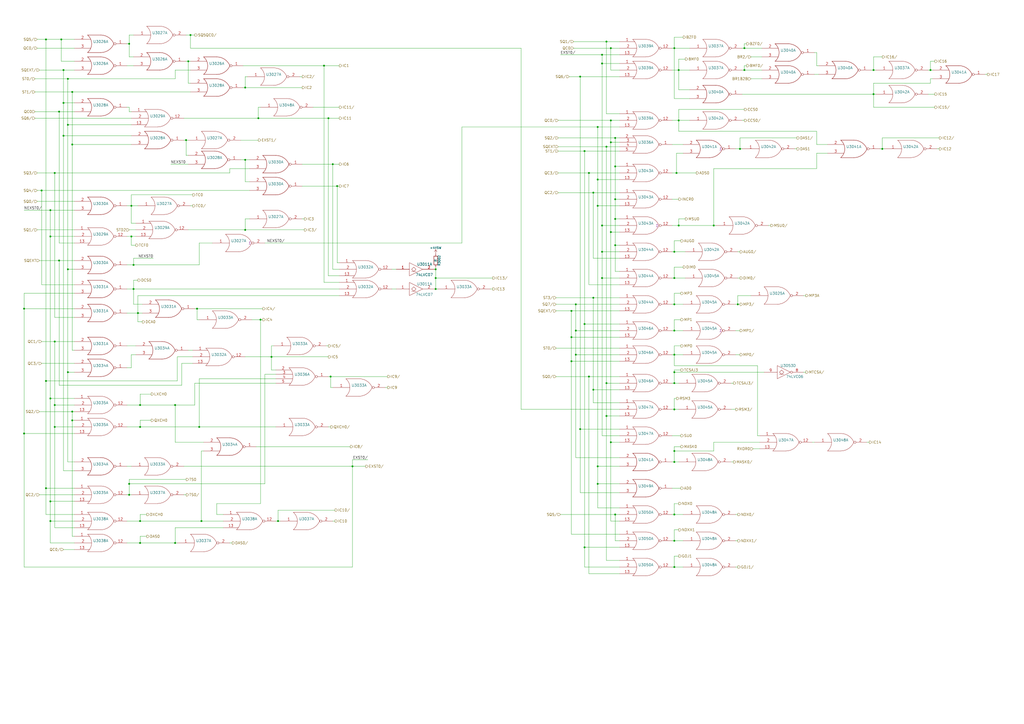
<source format=kicad_sch>
(kicad_sch (version 20211123) (generator eeschema)
  (paper "A2")
  (junction (at 77.47 167.64))
  (junction (at 29.21 290.83))
  (junction (at 252.73 161.29))
  (junction (at 336.55 248.92))
  (junction (at 39.37 72.39))
  (junction (at 336.55 44.45))
  (junction (at 346.71 270.51))
  (junction (at 13.97 179.07))
  (junction (at 31.75 234.95))
  (junction (at 142.24 133.35))
  (junction (at 331.47 209.55))
  (junction (at 427.99 176.53))
  (junction (at 391.16 146.05))
  (junction (at 339.09 317.5))
  (junction (at 393.7 40.64))
  (junction (at 392.43 100.33))
  (junction (at 34.29 64.77))
  (junction (at 74.93 280.67))
  (junction (at 349.25 146.05))
  (junction (at 29.21 231.14))
  (junction (at 341.63 218.44))
  (junction (at 334.01 191.77))
  (junction (at 354.33 256.54))
  (junction (at 115.57 247.65))
  (junction (at 356.87 80.01))
  (junction (at 334.01 176.53))
  (junction (at 391.16 215.9))
  (junction (at 81.28 302.26))
  (junction (at 29.21 121.92))
  (junction (at 39.37 215.9))
  (junction (at 36.83 59.69))
  (junction (at 161.29 302.26))
  (junction (at 351.79 241.3))
  (junction (at 334.01 205.74))
  (junction (at 391.16 27.94))
  (junction (at 391.16 222.25))
  (junction (at 110.49 20.32))
  (junction (at 344.17 226.06))
  (junction (at 506.73 40.64))
  (junction (at 149.86 68.58))
  (junction (at 431.8 27.94))
  (junction (at 36.83 40.64))
  (junction (at 354.33 27.94))
  (junction (at 391.16 267.97))
  (junction (at 114.3 179.07))
  (junction (at 539.75 40.64))
  (junction (at 391.16 205.74))
  (junction (at 31.75 247.65))
  (junction (at 80.01 181.61))
  (junction (at 391.16 237.49))
  (junction (at 331.47 180.34))
  (junction (at 506.73 54.61))
  (junction (at 391.16 328.93))
  (junction (at 339.09 187.96))
  (junction (at 29.21 137.16))
  (junction (at 41.91 83.82))
  (junction (at 191.77 218.44))
  (junction (at 391.16 191.77))
  (junction (at 349.25 161.29))
  (junction (at 31.75 198.12))
  (junction (at 116.84 302.26))
  (junction (at 351.79 85.09))
  (junction (at 339.09 87.63))
  (junction (at 391.16 161.29))
  (junction (at 77.47 153.67))
  (junction (at 344.17 111.76))
  (junction (at 331.47 195.58))
  (junction (at 252.73 167.64))
  (junction (at 391.16 313.69))
  (junction (at 34.29 151.13))
  (junction (at 36.83 78.74))
  (junction (at 431.8 40.64))
  (junction (at 252.73 156.21))
  (junction (at 391.16 176.53))
  (junction (at 26.67 22.86))
  (junction (at 204.47 270.51))
  (junction (at 31.75 100.33))
  (junction (at 101.6 314.96))
  (junction (at 76.2 137.16))
  (junction (at 354.33 82.55))
  (junction (at 351.79 24.13))
  (junction (at 101.6 234.95))
  (junction (at 81.28 314.96))
  (junction (at 74.93 25.4))
  (junction (at 39.37 45.72))
  (junction (at 193.04 95.25))
  (junction (at 74.93 287.02))
  (junction (at 349.25 36.83))
  (junction (at 414.02 130.81))
  (junction (at 341.63 100.33))
  (junction (at 24.13 110.49))
  (junction (at 157.48 207.01))
  (junction (at 187.96 38.1))
  (junction (at 151.13 185.42))
  (junction (at 356.87 127))
  (junction (at 190.5 68.58))
  (junction (at 142.24 50.8))
  (junction (at 344.17 172.72))
  (junction (at 107.95 81.28))
  (junction (at 354.33 134.62))
  (junction (at 391.16 261.62))
  (junction (at 393.7 130.81))
  (junction (at 356.87 115.57))
  (junction (at 356.87 298.45))
  (junction (at 13.97 251.46))
  (junction (at 349.25 130.81))
  (junction (at 81.28 234.95))
  (junction (at 354.33 69.85))
  (junction (at 351.79 222.25))
  (junction (at 349.25 31.75))
  (junction (at 35.56 22.86))
  (junction (at 41.91 243.84))
  (junction (at 142.24 92.71))
  (junction (at 391.16 298.45))
  (junction (at 346.71 119.38))
  (junction (at 429.26 86.36))
  (junction (at 511.81 86.36))
  (junction (at 356.87 142.24))
  (junction (at 41.91 53.34))
  (junction (at 26.67 220.98))
  (junction (at 346.71 73.66))
  (junction (at 356.87 96.52))
  (junction (at 26.67 283.21))
  (junction (at 41.91 238.76))
  (junction (at 346.71 280.67))
  (junction (at 29.21 302.26))
  (junction (at 81.28 247.65))
  (junction (at 76.2 119.38))
  (junction (at 195.58 107.95))
  (junction (at 346.71 104.14))
  (junction (at 109.22 35.56))
  (junction (at 39.37 156.21))
  (junction (at 393.7 69.85))
  (wire (pts (xy 101.6 45.72) (xy 101.6 40.64)))
  (wire (pts (xy 391.16 170.18) (xy 394.97 170.18)))
  (wire (pts (xy 26.67 283.21) (xy 43.18 283.21)))
  (wire (pts (xy 109.22 35.56) (xy 109.22 48.26)))
  (wire (pts (xy 435.61 171.45) (xy 427.99 171.45)))
  (wire (pts (xy 73.66 119.38) (xy 76.2 119.38)))
  (wire (pts (xy 125.73 298.45) (xy 129.54 298.45)))
  (wire (pts (xy 73.66 302.26) (xy 81.28 302.26)))
  (wire (pts (xy 389.89 27.94) (xy 391.16 27.94)))
  (wire (pts (xy 74.93 64.77) (xy 76.2 64.77)))
  (wire (pts (xy 29.21 137.16) (xy 29.21 231.14)))
  (wire (pts (xy 356.87 142.24) (xy 356.87 157.48)))
  (wire (pts (xy 76.2 142.24) (xy 78.74 142.24)))
  (wire (pts (xy 346.71 104.14) (xy 346.71 119.38)))
  (wire (pts (xy 73.66 314.96) (xy 81.28 314.96)))
  (wire (pts (xy 195.58 107.95) (xy 196.85 107.95)))
  (wire (pts (xy 349.25 130.81) (xy 359.41 130.81)))
  (wire (pts (xy 351.79 85.09) (xy 359.41 85.09)))
  (wire (pts (xy 504.19 256.54) (xy 502.92 256.54)))
  (wire (pts (xy 29.21 231.14) (xy 43.18 231.14)))
  (wire (pts (xy 393.7 69.85) (xy 400.05 69.85)))
  (wire (pts (xy 391.16 313.69) (xy 391.16 307.34)))
  (wire (pts (xy 331.47 209.55) (xy 359.41 209.55)))
  (wire (pts (xy 323.85 69.85) (xy 354.33 69.85)))
  (wire (pts (xy 101.6 314.96) (xy 102.87 314.96)))
  (wire (pts (xy 346.71 73.66) (xy 346.71 104.14)))
  (wire (pts (xy 43.18 165.1) (xy 24.13 165.1)))
  (wire (pts (xy 336.55 285.75) (xy 359.41 285.75)))
  (wire (pts (xy 472.44 256.54) (xy 471.17 256.54)))
  (wire (pts (xy 20.32 45.72) (xy 39.37 45.72)))
  (wire (pts (xy 149.86 81.28) (xy 139.7 81.28)))
  (wire (pts (xy 77.47 153.67) (xy 115.57 153.67)))
  (wire (pts (xy 351.79 241.3) (xy 359.41 241.3)))
  (wire (pts (xy 389.89 161.29) (xy 391.16 161.29)))
  (wire (pts (xy 323.85 87.63) (xy 339.09 87.63)))
  (wire (pts (xy 544.83 86.36) (xy 543.56 86.36)))
  (wire (pts (xy 429.26 191.77) (xy 426.72 191.77)))
  (wire (pts (xy 76.2 119.38) (xy 80.01 119.38)))
  (wire (pts (xy 114.3 179.07) (xy 152.4 179.07)))
  (wire (pts (xy 77.47 162.56) (xy 77.47 167.64)))
  (wire (pts (xy 191.77 224.79) (xy 193.04 224.79)))
  (wire (pts (xy 133.35 97.79) (xy 144.78 97.79)))
  (wire (pts (xy 356.87 96.52) (xy 356.87 115.57)))
  (wire (pts (xy 252.73 156.21) (xy 252.73 161.29)))
  (wire (pts (xy 389.89 205.74) (xy 391.16 205.74)))
  (wire (pts (xy 356.87 157.48) (xy 359.41 157.48)))
  (wire (pts (xy 322.58 176.53) (xy 334.01 176.53)))
  (wire (pts (xy 391.16 215.9) (xy 391.16 222.25)))
  (wire (pts (xy 142.24 133.35) (xy 176.53 133.35)))
  (wire (pts (xy 538.48 40.64) (xy 539.75 40.64)))
  (wire (pts (xy 26.67 22.86) (xy 35.56 22.86)))
  (wire (pts (xy 116.84 261.62) (xy 118.11 261.62)))
  (wire (pts (xy 414.02 130.81) (xy 415.29 130.81)))
  (wire (pts (xy 113.03 222.25) (xy 160.02 222.25)))
  (wire (pts (xy 31.75 184.15) (xy 31.75 100.33)))
  (wire (pts (xy 391.16 292.1) (xy 393.7 292.1)))
  (wire (pts (xy 74.93 133.35) (xy 78.74 133.35)))
  (wire (pts (xy 346.71 119.38) (xy 346.71 270.51)))
  (wire (pts (xy 391.16 298.45) (xy 396.24 298.45)))
  (wire (pts (xy 26.67 22.86) (xy 26.67 220.98)))
  (wire (pts (xy 22.86 151.13) (xy 34.29 151.13)))
  (wire (pts (xy 113.03 234.95) (xy 113.03 222.25)))
  (wire (pts (xy 148.59 259.08) (xy 203.2 259.08)))
  (wire (pts (xy 26.67 283.21) (xy 26.67 298.45)))
  (wire (pts (xy 349.25 31.75) (xy 349.25 36.83)))
  (wire (pts (xy 429.26 80.01) (xy 462.28 80.01)))
  (wire (pts (xy 13.97 170.18) (xy 13.97 179.07)))
  (wire (pts (xy 356.87 313.69) (xy 359.41 313.69)))
  (wire (pts (xy 190.5 68.58) (xy 196.85 68.58)))
  (wire (pts (xy 190.5 200.66) (xy 189.23 200.66)))
  (wire (pts (xy 351.79 85.09) (xy 351.79 222.25)))
  (wire (pts (xy 36.83 40.64) (xy 36.83 59.69)))
  (wire (pts (xy 393.7 34.29) (xy 397.51 34.29)))
  (wire (pts (xy 431.8 40.64) (xy 441.96 40.64)))
  (wire (pts (xy 322.58 218.44) (xy 341.63 218.44)))
  (wire (pts (xy 344.17 233.68) (xy 359.41 233.68)))
  (wire (pts (xy 392.43 100.33) (xy 403.86 100.33)))
  (wire (pts (xy 391.16 313.69) (xy 396.24 313.69)))
  (wire (pts (xy 21.59 116.84) (xy 43.18 116.84)))
  (wire (pts (xy 354.33 302.26) (xy 359.41 302.26)))
  (wire (pts (xy 391.16 146.05) (xy 397.51 146.05)))
  (wire (pts (xy 339.09 187.96) (xy 359.41 187.96)))
  (wire (pts (xy 110.49 20.32) (xy 110.49 27.94)))
  (wire (pts (xy 20.32 53.34) (xy 41.91 53.34)))
  (wire (pts (xy 80.01 186.69) (xy 82.55 186.69)))
  (wire (pts (xy 389.89 328.93) (xy 391.16 328.93)))
  (wire (pts (xy 157.48 214.63) (xy 160.02 214.63)))
  (wire (pts (xy 73.66 153.67) (xy 77.47 153.67)))
  (wire (pts (xy 190.5 247.65) (xy 191.77 247.65)))
  (wire (pts (xy 391.16 176.53) (xy 396.24 176.53)))
  (wire (pts (xy 114.3 179.07) (xy 114.3 185.42)))
  (wire (pts (xy 74.93 33.02) (xy 77.47 33.02)))
  (wire (pts (xy 157.48 200.66) (xy 157.48 207.01)))
  (wire (pts (xy 36.83 78.74) (xy 36.83 273.05)))
  (wire (pts (xy 441.96 45.72) (xy 435.61 45.72)))
  (wire (pts (xy 389.89 83.82) (xy 396.24 83.82)))
  (wire (pts (xy 473.71 30.48) (xy 473.71 38.1)))
  (wire (pts (xy 21.59 22.86) (xy 26.67 22.86)))
  (wire (pts (xy 462.28 86.36) (xy 461.01 86.36)))
  (wire (pts (xy 356.87 115.57) (xy 359.41 115.57)))
  (wire (pts (xy 223.52 224.79) (xy 224.79 224.79)))
  (wire (pts (xy 101.6 256.54) (xy 101.6 234.95)))
  (wire (pts (xy 31.75 184.15) (xy 43.18 184.15)))
  (wire (pts (xy 394.97 139.7) (xy 391.16 139.7)))
  (wire (pts (xy 391.16 57.15) (xy 400.05 57.15)))
  (wire (pts (xy 77.47 153.67) (xy 77.47 149.86)))
  (wire (pts (xy 391.16 328.93) (xy 396.24 328.93)))
  (wire (pts (xy 41.91 53.34) (xy 41.91 83.82)))
  (wire (pts (xy 24.13 165.1) (xy 24.13 110.49)))
  (wire (pts (xy 473.71 76.2) (xy 473.71 83.82)))
  (wire (pts (xy 39.37 156.21) (xy 43.18 156.21)))
  (wire (pts (xy 354.33 82.55) (xy 359.41 82.55)))
  (wire (pts (xy 24.13 110.49) (xy 144.78 110.49)))
  (wire (pts (xy 106.68 287.02) (xy 107.95 287.02)))
  (wire (pts (xy 472.44 30.48) (xy 473.71 30.48)))
  (wire (pts (xy 393.7 40.64) (xy 400.05 40.64)))
  (wire (pts (xy 21.59 110.49) (xy 24.13 110.49)))
  (wire (pts (xy 77.47 162.56) (xy 80.01 162.56)))
  (wire (pts (xy 336.55 248.92) (xy 336.55 285.75)))
  (wire (pts (xy 332.74 24.13) (xy 351.79 24.13)))
  (wire (pts (xy 391.16 222.25) (xy 393.7 222.25)))
  (wire (pts (xy 110.49 119.38) (xy 111.76 119.38)))
  (wire (pts (xy 115.57 247.65) (xy 160.02 247.65)))
  (wire (pts (xy 20.32 64.77) (xy 34.29 64.77)))
  (wire (pts (xy 196.85 160.02) (xy 190.5 160.02)))
  (wire (pts (xy 349.25 252.73) (xy 359.41 252.73)))
  (wire (pts (xy 391.16 237.49) (xy 391.16 231.14)))
  (wire (pts (xy 389.89 237.49) (xy 391.16 237.49)))
  (wire (pts (xy 426.72 205.74) (xy 429.26 205.74)))
  (wire (pts (xy 111.76 203.2) (xy 109.22 203.2)))
  (wire (pts (xy 105.41 210.82) (xy 111.76 210.82)))
  (wire (pts (xy 323.85 80.01) (xy 356.87 80.01)))
  (wire (pts (xy 389.89 222.25) (xy 391.16 222.25)))
  (wire (pts (xy 473.71 97.79) (xy 414.02 97.79)))
  (wire (pts (xy 31.75 100.33) (xy 133.35 100.33)))
  (wire (pts (xy 160.02 302.26) (xy 161.29 302.26)))
  (wire (pts (xy 351.79 325.12) (xy 359.41 325.12)))
  (wire (pts (xy 323.85 111.76) (xy 344.17 111.76)))
  (wire (pts (xy 107.95 20.32) (xy 110.49 20.32)))
  (wire (pts (xy 74.93 20.32) (xy 77.47 20.32)))
  (wire (pts (xy 140.97 38.1) (xy 187.96 38.1)))
  (wire (pts (xy 151.13 185.42) (xy 152.4 185.42)))
  (wire (pts (xy 153.67 217.17) (xy 153.67 280.67)))
  (wire (pts (xy 331.47 180.34) (xy 359.41 180.34)))
  (wire (pts (xy 196.85 156.21) (xy 193.04 156.21)))
  (wire (pts (xy 389.89 283.21) (xy 394.97 283.21)))
  (wire (pts (xy 193.04 156.21) (xy 193.04 95.25)))
  (wire (pts (xy 158.75 200.66) (xy 157.48 200.66)))
  (wire (pts (xy 77.47 167.64) (xy 77.47 176.53)))
  (wire (pts (xy 176.53 127) (xy 175.26 127)))
  (wire (pts (xy 394.97 200.66) (xy 391.16 200.66)))
  (wire (pts (xy 106.68 81.28) (xy 107.95 81.28)))
  (wire (pts (xy 506.73 48.26) (xy 506.73 54.61)))
  (wire (pts (xy 39.37 45.72) (xy 101.6 45.72)))
  (wire (pts (xy 227.33 156.21) (xy 229.87 156.21)))
  (wire (pts (xy 22.86 238.76) (xy 41.91 238.76)))
  (wire (pts (xy 142.24 207.01) (xy 157.48 207.01)))
  (wire (pts (xy 77.47 149.86) (xy 88.9 149.86)))
  (wire (pts (xy 101.6 40.64) (xy 110.49 40.64)))
  (wire (pts (xy 118.11 256.54) (xy 101.6 256.54)))
  (wire (pts (xy 506.73 40.64) (xy 506.73 33.02)))
  (wire (pts (xy 467.36 215.9) (xy 466.09 215.9)))
  (wire (pts (xy 31.75 198.12) (xy 43.18 198.12)))
  (wire (pts (xy 389.89 267.97) (xy 391.16 267.97)))
  (wire (pts (xy 393.7 52.07) (xy 400.05 52.07)))
  (wire (pts (xy 346.71 104.14) (xy 359.41 104.14)))
  (wire (pts (xy 80.01 181.61) (xy 80.01 186.69)))
  (wire (pts (xy 391.16 214.63) (xy 394.97 214.63)))
  (wire (pts (xy 330.2 44.45) (xy 336.55 44.45)))
  (wire (pts (xy 41.91 311.15) (xy 43.18 311.15)))
  (wire (pts (xy 354.33 27.94) (xy 359.41 27.94)))
  (wire (pts (xy 81.28 247.65) (xy 115.57 247.65)))
  (wire (pts (xy 391.16 205.74) (xy 391.16 212.09)))
  (wire (pts (xy 35.56 22.86) (xy 43.18 22.86)))
  (wire (pts (xy 344.17 111.76) (xy 359.41 111.76)))
  (wire (pts (xy 344.17 172.72) (xy 359.41 172.72)))
  (wire (pts (xy 41.91 238.76) (xy 43.18 238.76)))
  (wire (pts (xy 73.66 270.51) (xy 76.2 270.51)))
  (wire (pts (xy 20.32 68.58) (xy 76.2 68.58)))
  (wire (pts (xy 344.17 226.06) (xy 344.17 233.68)))
  (wire (pts (xy 339.09 87.63) (xy 339.09 187.96)))
  (wire (pts (xy 356.87 115.57) (xy 356.87 127)))
  (wire (pts (xy 391.16 214.63) (xy 391.16 215.9)))
  (wire (pts (xy 13.97 121.92) (xy 29.21 121.92)))
  (wire (pts (xy 354.33 134.62) (xy 354.33 256.54)))
  (wire (pts (xy 339.09 328.93) (xy 359.41 328.93)))
  (wire (pts (xy 391.16 191.77) (xy 396.24 191.77)))
  (wire (pts (xy 204.47 266.7) (xy 213.36 266.7)))
  (wire (pts (xy 151.13 185.42) (xy 151.13 292.1)))
  (wire (pts (xy 356.87 127) (xy 356.87 142.24)))
  (wire (pts (xy 76.2 113.03) (xy 111.76 113.03)))
  (wire (pts (xy 426.72 237.49) (xy 424.18 237.49)))
  (wire (pts (xy 346.71 119.38) (xy 359.41 119.38)))
  (wire (pts (xy 31.75 234.95) (xy 31.75 247.65)))
  (wire (pts (xy 73.66 234.95) (xy 81.28 234.95)))
  (wire (pts (xy 359.41 226.06) (xy 344.17 226.06)))
  (wire (pts (xy 435.61 33.02) (xy 441.96 33.02)))
  (wire (pts (xy 181.61 62.23) (xy 196.85 62.23)))
  (wire (pts (xy 36.83 318.77) (xy 43.18 318.77)))
  (wire (pts (xy 191.77 218.44) (xy 224.79 218.44)))
  (wire (pts (xy 81.28 302.26) (xy 81.28 298.45)))
  (wire (pts (xy 102.87 220.98) (xy 102.87 207.01)))
  (wire (pts (xy 35.56 22.86) (xy 35.56 35.56)))
  (wire (pts (xy 351.79 241.3) (xy 351.79 325.12)))
  (wire (pts (xy 354.33 82.55) (xy 354.33 134.62)))
  (wire (pts (xy 346.71 73.66) (xy 359.41 73.66)))
  (wire (pts (xy 354.33 69.85) (xy 354.33 82.55)))
  (wire (pts (xy 195.58 107.95) (xy 195.58 152.4)))
  (wire (pts (xy 359.41 36.83) (xy 349.25 36.83)))
  (wire (pts (xy 344.17 149.86) (xy 359.41 149.86)))
  (wire (pts (xy 331.47 309.88) (xy 359.41 309.88)))
  (wire (pts (xy 346.71 280.67) (xy 346.71 294.64)))
  (wire (pts (xy 391.16 261.62) (xy 414.02 261.62)))
  (wire (pts (xy 436.88 260.35) (xy 440.69 260.35)))
  (wire (pts (xy 429.26 86.36) (xy 429.26 80.01)))
  (wire (pts (xy 73.66 287.02) (xy 74.93 287.02)))
  (wire (pts (xy 110.49 27.94) (xy 302.26 27.94)))
  (wire (pts (xy 389.89 191.77) (xy 391.16 191.77)))
  (wire (pts (xy 346.71 270.51) (xy 359.41 270.51)))
  (wire (pts (xy 389.89 69.85) (xy 393.7 69.85)))
  (wire (pts (xy 356.87 80.01) (xy 356.87 96.52)))
  (wire (pts (xy 341.63 218.44) (xy 341.63 332.74)))
  (wire (pts (xy 144.78 127) (xy 142.24 127)))
  (wire (pts (xy 341.63 100.33) (xy 341.63 165.1)))
  (wire (pts (xy 139.7 92.71) (xy 142.24 92.71)))
  (wire (pts (xy 76.2 113.03) (xy 76.2 119.38)))
  (wire (pts (xy 81.28 311.15) (xy 85.09 311.15)))
  (wire (pts (xy 392.43 100.33) (xy 392.43 88.9)))
  (wire (pts (xy 349.25 161.29) (xy 359.41 161.29)))
  (wire (pts (xy 157.48 207.01) (xy 157.48 214.63)))
  (wire (pts (xy 34.29 140.97) (xy 43.18 140.97)))
  (wire (pts (xy 426.72 176.53) (xy 427.99 176.53)))
  (wire (pts (xy 354.33 256.54) (xy 354.33 302.26)))
  (wire (pts (xy 430.53 69.85) (xy 431.8 69.85)))
  (wire (pts (xy 109.22 48.26) (xy 110.49 48.26)))
  (wire (pts (xy 76.2 213.36) (xy 76.2 205.74)))
  (wire (pts (xy 252.73 167.64) (xy 254 167.64)))
  (wire (pts (xy 43.18 234.95) (xy 31.75 234.95)))
  (wire (pts (xy 341.63 165.1) (xy 359.41 165.1)))
  (wire (pts (xy 161.29 295.91) (xy 194.31 295.91)))
  (wire (pts (xy 391.16 161.29) (xy 397.51 161.29)))
  (wire (pts (xy 393.7 34.29) (xy 393.7 40.64)))
  (wire (pts (xy 539.75 48.26) (xy 539.75 45.72)))
  (wire (pts (xy 29.21 121.92) (xy 29.21 137.16)))
  (wire (pts (xy 39.37 215.9) (xy 43.18 215.9)))
  (wire (pts (xy 425.45 267.97) (xy 424.18 267.97)))
  (wire (pts (xy 81.28 314.96) (xy 101.6 314.96)))
  (wire (pts (xy 161.29 302.26) (xy 161.29 295.91)))
  (wire (pts (xy 393.7 63.5) (xy 393.7 69.85)))
  (wire (pts (xy 81.28 247.65) (xy 81.28 243.84)))
  (wire (pts (xy 187.96 38.1) (xy 187.96 163.83)))
  (wire (pts (xy 349.25 130.81) (xy 349.25 146.05)))
  (wire (pts (xy 24.13 198.12) (xy 31.75 198.12)))
  (wire (pts (xy 31.75 247.65) (xy 43.18 247.65)))
  (wire (pts (xy 394.97 252.73) (xy 389.89 252.73)))
  (wire (pts (xy 81.28 298.45) (xy 85.09 298.45)))
  (wire (pts (xy 539.75 45.72) (xy 541.02 45.72)))
  (wire (pts (xy 336.55 44.45) (xy 359.41 44.45)))
  (wire (pts (xy 506.73 54.61) (xy 506.73 62.23)))
  (wire (pts (xy 393.7 115.57) (xy 389.89 115.57)))
  (wire (pts (xy 143.51 44.45) (xy 142.24 44.45)))
  (wire (pts (xy 140.97 50.8) (xy 142.24 50.8)))
  (wire (pts (xy 359.41 191.77) (xy 334.01 191.77)))
  (wire (pts (xy 227.33 167.64) (xy 229.87 167.64)))
  (wire (pts (xy 151.13 292.1) (xy 125.73 292.1)))
  (wire (pts (xy 393.7 63.5) (xy 431.8 63.5)))
  (wire (pts (xy 142.24 127) (xy 142.24 133.35)))
  (wire (pts (xy 354.33 40.64) (xy 359.41 40.64)))
  (wire (pts (xy 424.18 222.25) (xy 425.45 222.25)))
  (wire (pts (xy 153.67 217.17) (xy 160.02 217.17)))
  (wire (pts (xy 431.8 27.94) (xy 441.96 27.94)))
  (wire (pts (xy 466.09 171.45) (xy 467.36 171.45)))
  (wire (pts (xy 76.2 137.16) (xy 76.2 142.24)))
  (wire (pts (xy 391.16 176.53) (xy 391.16 170.18)))
  (wire (pts (xy 74.93 280.67) (xy 74.93 287.02)))
  (wire (pts (xy 31.75 247.65) (xy 31.75 306.07)))
  (wire (pts (xy 323.85 100.33) (xy 341.63 100.33)))
  (wire (pts (xy 302.26 27.94) (xy 302.26 237.49)))
  (wire (pts (xy 391.16 185.42) (xy 394.97 185.42)))
  (wire (pts (xy 414.02 256.54) (xy 440.69 256.54)))
  (wire (pts (xy 41.91 83.82) (xy 76.2 83.82)))
  (wire (pts (xy 115.57 153.67) (xy 115.57 140.97)))
  (wire (pts (xy 391.16 154.94) (xy 391.16 161.29)))
  (wire (pts (xy 391.16 21.59) (xy 391.16 27.94)))
  (wire (pts (xy 359.41 195.58) (xy 331.47 195.58)))
  (wire (pts (xy 24.13 210.82) (xy 43.18 210.82)))
  (wire (pts (xy 43.18 170.18) (xy 13.97 170.18)))
  (wire (pts (xy 194.31 302.26) (xy 193.04 302.26)))
  (wire (pts (xy 426.72 313.69) (xy 427.99 313.69)))
  (wire (pts (xy 116.84 302.26) (xy 129.54 302.26)))
  (wire (pts (xy 341.63 332.74) (xy 359.41 332.74)))
  (wire (pts (xy 34.29 151.13) (xy 43.18 151.13)))
  (wire (pts (xy 142.24 50.8) (xy 175.26 50.8)))
  (wire (pts (xy 80.01 171.45) (xy 196.85 171.45)))
  (wire (pts (xy 125.73 292.1) (xy 125.73 298.45)))
  (wire (pts (xy 252.73 161.29) (xy 252.73 167.64)))
  (wire (pts (xy 331.47 209.55) (xy 331.47 309.88)))
  (wire (pts (xy 445.77 130.81) (xy 447.04 130.81)))
  (wire (pts (xy 389.89 313.69) (xy 391.16 313.69)))
  (wire (pts (xy 39.37 156.21) (xy 39.37 215.9)))
  (wire (pts (xy 29.21 290.83) (xy 43.18 290.83)))
  (wire (pts (xy 13.97 179.07) (xy 13.97 251.46)))
  (wire (pts (xy 351.79 222.25) (xy 351.79 241.3)))
  (wire (pts (xy 393.7 127) (xy 397.51 127)))
  (wire (pts (xy 161.29 302.26) (xy 162.56 302.26)))
  (wire (pts (xy 107.95 90.17) (xy 109.22 90.17)))
  (wire (pts (xy 107.95 81.28) (xy 107.95 90.17)))
  (wire (pts (xy 252.73 154.94) (xy 252.73 156.21)))
  (wire (pts (xy 175.26 95.25) (xy 193.04 95.25)))
  (wire (pts (xy 146.05 185.42) (xy 151.13 185.42)))
  (wire (pts (xy 433.07 25.4) (xy 431.8 25.4)))
  (wire (pts (xy 21.59 133.35) (xy 43.18 133.35)))
  (wire (pts (xy 433.07 38.1) (xy 431.8 38.1)))
  (wire (pts (xy 391.16 191.77) (xy 391.16 185.42)))
  (wire (pts (xy 114.3 185.42) (xy 115.57 185.42)))
  (wire (pts (xy 81.28 314.96) (xy 81.28 311.15)))
  (wire (pts (xy 133.35 100.33) (xy 133.35 97.79)))
  (wire (pts (xy 389.89 100.33) (xy 392.43 100.33)))
  (wire (pts (xy 391.16 205.74) (xy 396.24 205.74)))
  (wire (pts (xy 173.99 44.45) (xy 175.26 44.45)))
  (wire (pts (xy 144.78 105.41) (xy 142.24 105.41)))
  (wire (pts (xy 336.55 248.92) (xy 359.41 248.92)))
  (wire (pts (xy 106.68 270.51) (xy 204.47 270.51)))
  (wire (pts (xy 354.33 256.54) (xy 359.41 256.54)))
  (wire (pts (xy 43.18 251.46) (xy 13.97 251.46)))
  (wire (pts (xy 571.5 43.18) (xy 572.77 43.18)))
  (wire (pts (xy 506.73 40.64) (xy 508 40.64)))
  (wire (pts (xy 339.09 317.5) (xy 359.41 317.5)))
  (wire (pts (xy 76.2 129.54) (xy 78.74 129.54)))
  (wire (pts (xy 39.37 215.9) (xy 39.37 267.97)))
  (wire (pts (xy 34.29 223.52) (xy 105.41 223.52)))
  (wire (pts (xy 77.47 167.64) (xy 196.85 167.64)))
  (wire (pts (xy 391.16 212.09) (xy 439.42 212.09)))
  (wire (pts (xy 175.26 107.95) (xy 195.58 107.95)))
  (wire (pts (xy 35.56 35.56) (xy 43.18 35.56)))
  (wire (pts (xy 76.2 119.38) (xy 76.2 129.54)))
  (wire (pts (xy 115.57 140.97) (xy 123.19 140.97)))
  (wire (pts (xy 396.24 154.94) (xy 391.16 154.94)))
  (wire (pts (xy 36.83 59.69) (xy 36.83 78.74)))
  (wire (pts (xy 149.86 68.58) (xy 190.5 68.58)))
  (wire (pts (xy 106.68 68.58) (xy 149.86 68.58)))
  (wire (pts (xy 427.99 161.29) (xy 429.26 161.29)))
  (wire (pts (xy 204.47 270.51) (xy 204.47 328.93)))
  (wire (pts (xy 334.01 265.43) (xy 359.41 265.43)))
  (wire (pts (xy 80.01 171.45) (xy 80.01 181.61)))
  (wire (pts (xy 349.25 146.05) (xy 359.41 146.05)))
  (wire (pts (xy 354.33 27.94) (xy 354.33 40.64)))
  (wire (pts (xy 115.57 247.65) (xy 115.57 219.71)))
  (wire (pts (xy 73.66 62.23) (xy 74.93 62.23)))
  (wire (pts (xy 427.99 176.53) (xy 429.26 176.53)))
  (wire (pts (xy 506.73 62.23) (xy 542.29 62.23)))
  (wire (pts (xy 323.85 85.09) (xy 351.79 85.09)))
  (wire (pts (xy 190.5 160.02) (xy 190.5 68.58)))
  (wire (pts (xy 539.75 40.64) (xy 539.75 35.56)))
  (wire (pts (xy 73.66 167.64) (xy 77.47 167.64)))
  (wire (pts (xy 393.7 130.81) (xy 393.7 127)))
  (wire (pts (xy 31.75 306.07) (xy 43.18 306.07)))
  (wire (pts (xy 339.09 317.5) (xy 339.09 328.93)))
  (wire (pts (xy 41.91 83.82) (xy 41.91 203.2)))
  (wire (pts (xy 142.24 105.41) (xy 142.24 92.71)))
  (wire (pts (xy 107.95 35.56) (xy 109.22 35.56)))
  (wire (pts (xy 391.16 21.59) (xy 396.24 21.59)))
  (wire (pts (xy 31.75 198.12) (xy 31.75 234.95)))
  (wire (pts (xy 73.66 38.1) (xy 77.47 38.1)))
  (wire (pts (xy 29.21 302.26) (xy 43.18 302.26)))
  (wire (pts (xy 26.67 298.45) (xy 43.18 298.45)))
  (wire (pts (xy 356.87 298.45) (xy 356.87 313.69)))
  (wire (pts (xy 391.16 328.93) (xy 391.16 322.58)))
  (wire (pts (xy 339.09 87.63) (xy 359.41 87.63)))
  (wire (pts (xy 36.83 40.64) (xy 43.18 40.64)))
  (wire (pts (xy 267.97 73.66) (xy 346.71 73.66)))
  (wire (pts (xy 431.8 38.1) (xy 431.8 40.64)))
  (wire (pts (xy 391.16 139.7) (xy 391.16 146.05)))
  (wire (pts (xy 506.73 33.02) (xy 511.81 33.02)))
  (wire (pts (xy 392.43 88.9) (xy 396.24 88.9)))
  (wire (pts (xy 252.73 161.29) (xy 285.75 161.29)))
  (wire (pts (xy 356.87 96.52) (xy 359.41 96.52)))
  (wire (pts (xy 116.84 302.26) (xy 116.84 261.62)))
  (wire (pts (xy 505.46 40.64) (xy 506.73 40.64)))
  (wire (pts (xy 389.89 146.05) (xy 391.16 146.05)))
  (wire (pts (xy 349.25 146.05) (xy 349.25 161.29)))
  (wire (pts (xy 204.47 328.93) (xy 13.97 328.93)))
  (wire (pts (xy 134.62 314.96) (xy 133.35 314.96)))
  (wire (pts (xy 73.66 213.36) (xy 76.2 213.36)))
  (wire (pts (xy 331.47 195.58) (xy 331.47 209.55)))
  (wire (pts (xy 26.67 220.98) (xy 102.87 220.98)))
  (wire (pts (xy 539.75 40.64) (xy 541.02 40.64)))
  (wire (pts (xy 341.63 218.44) (xy 359.41 218.44)))
  (wire (pts (xy 190.5 218.44) (xy 191.77 218.44)))
  (wire (pts (xy 439.42 252.73) (xy 440.69 252.73)))
  (wire (pts (xy 99.06 95.25) (xy 109.22 95.25)))
  (wire (pts (xy 153.67 280.67) (xy 74.93 280.67)))
  (wire (pts (xy 29.21 302.26) (xy 29.21 314.96)))
  (wire (pts (xy 78.74 200.66) (xy 73.66 200.66)))
  (wire (pts (xy 142.24 44.45) (xy 142.24 50.8)))
  (wire (pts (xy 346.71 294.64) (xy 359.41 294.64)))
  (wire (pts (xy 506.73 54.61) (xy 508 54.61)))
  (wire (pts (xy 544.83 80.01) (xy 511.81 80.01)))
  (wire (pts (xy 325.12 298.45) (xy 356.87 298.45)))
  (wire (pts (xy 41.91 243.84) (xy 41.91 311.15)))
  (wire (pts (xy 204.47 270.51) (xy 212.09 270.51)))
  (wire (pts (xy 36.83 78.74) (xy 76.2 78.74)))
  (wire (pts (xy 81.28 302.26) (xy 116.84 302.26)))
  (wire (pts (xy 542.29 54.61) (xy 538.48 54.61)))
  (wire (pts (xy 115.57 219.71) (xy 160.02 219.71)))
  (wire (pts (xy 393.7 40.64) (xy 393.7 52.07)))
  (wire (pts (xy 349.25 161.29) (xy 349.25 252.73)))
  (wire (pts (xy 109.22 133.35) (xy 142.24 133.35)))
  (wire (pts (xy 73.66 181.61) (xy 80.01 181.61)))
  (wire (pts (xy 187.96 163.83) (xy 196.85 163.83)))
  (wire (pts (xy 41.91 53.34) (xy 110.49 53.34)))
  (wire (pts (xy 427.99 146.05) (xy 429.26 146.05)))
  (wire (pts (xy 157.48 207.01) (xy 190.5 207.01)))
  (wire (pts (xy 151.13 62.23) (xy 149.86 62.23)))
  (wire (pts (xy 302.26 237.49) (xy 359.41 237.49)))
  (wire (pts (xy 29.21 290.83) (xy 29.21 302.26)))
  (wire (pts (xy 473.71 83.82) (xy 480.06 83.82)))
  (wire (pts (xy 334.01 205.74) (xy 334.01 265.43)))
  (wire (pts (xy 81.28 234.95) (xy 101.6 234.95)))
  (wire (pts (xy 393.7 130.81) (xy 414.02 130.81)))
  (wire (pts (xy 391.16 307.34) (xy 393.7 307.34)))
  (wire (pts (xy 149.86 62.23) (xy 149.86 68.58)))
  (wire (pts (xy 74.93 62.23) (xy 74.93 64.77)))
  (wire (pts (xy 29.21 314.96) (xy 43.18 314.96)))
  (wire (pts (xy 351.79 66.04) (xy 359.41 66.04)))
  (wire (pts (xy 142.24 92.71) (xy 144.78 92.71)))
  (wire (pts (xy 322.58 180.34) (xy 331.47 180.34)))
  (wire (pts (xy 331.47 180.34) (xy 331.47 195.58)))
  (wire (pts (xy 391.16 267.97) (xy 393.7 267.97)))
  (wire (pts (xy 346.71 280.67) (xy 359.41 280.67)))
  (wire (pts (xy 391.16 259.08) (xy 391.16 261.62)))
  (wire (pts (xy 334.01 205.74) (xy 359.41 205.74)))
  (wire (pts (xy 391.16 322.58) (xy 393.7 322.58)))
  (wire (pts (xy 74.93 287.02) (xy 76.2 287.02)))
  (wire (pts (xy 39.37 72.39) (xy 76.2 72.39)))
  (wire (pts (xy 73.66 25.4) (xy 74.93 25.4)))
  (wire (pts (xy 39.37 267.97) (xy 43.18 267.97)))
  (wire (pts (xy 334.01 176.53) (xy 334.01 191.77)))
  (wire (pts (xy 334.01 176.53) (xy 359.41 176.53)))
  (wire (pts (xy 39.37 45.72) (xy 39.37 72.39)))
  (wire (pts (xy 430.53 40.64) (xy 431.8 40.64)))
  (wire (pts (xy 74.93 278.13) (xy 74.93 280.67)))
  (wire (pts (xy 26.67 220.98) (xy 26.67 283.21)))
  (wire (pts (xy 510.54 86.36) (xy 511.81 86.36)))
  (wire (pts (xy 391.16 27.94) (xy 391.16 57.15)))
  (wire (pts (xy 414.02 261.62) (xy 414.02 256.54)))
  (wire (pts (xy 427.99 298.45) (xy 426.72 298.45)))
  (wire (pts (xy 346.71 270.51) (xy 346.71 280.67)))
  (wire (pts (xy 334.01 191.77) (xy 334.01 205.74)))
  (wire (pts (xy 473.71 88.9) (xy 473.71 97.79)))
  (wire (pts (xy 195.58 152.4) (xy 196.85 152.4)))
  (wire (pts (xy 109.22 35.56) (xy 110.49 35.56)))
  (wire (pts (xy 34.29 64.77) (xy 43.18 64.77)))
  (wire (pts (xy 267.97 140.97) (xy 267.97 73.66)))
  (wire (pts (xy 356.87 298.45) (xy 359.41 298.45)))
  (wire (pts (xy 43.18 179.07) (xy 13.97 179.07)))
  (wire (pts (xy 351.79 222.25) (xy 359.41 222.25)))
  (wire (pts (xy 389.89 130.81) (xy 393.7 130.81)))
  (wire (pts (xy 80.01 181.61) (xy 82.55 181.61)))
  (wire (pts (xy 427.99 171.45) (xy 427.99 176.53)))
  (wire (pts (xy 391.16 27.94) (xy 400.05 27.94)))
  (wire (pts (xy 393.7 69.85) (xy 393.7 76.2)))
  (wire (pts (xy 430.53 27.94) (xy 431.8 27.94)))
  (wire (pts (xy 74.93 20.32) (xy 74.93 25.4)))
  (wire (pts (xy 113.03 179.07) (xy 114.3 179.07)))
  (wire (pts (xy 41.91 238.76) (xy 41.91 243.84)))
  (wire (pts (xy 431.8 25.4) (xy 431.8 27.94)))
  (wire (pts (xy 427.99 328.93) (xy 426.72 328.93)))
  (wire (pts (xy 344.17 111.76) (xy 344.17 149.86)))
  (wire (pts (xy 73.66 137.16) (xy 76.2 137.16)))
  (wire (pts (xy 102.87 207.01) (xy 111.76 207.01)))
  (wire (pts (xy 322.58 172.72) (xy 344.17 172.72)))
  (wire (pts (xy 39.37 72.39) (xy 39.37 156.21)))
  (wire (pts (xy 341.63 100.33) (xy 359.41 100.33)))
  (wire (pts (xy 480.06 88.9) (xy 473.71 88.9)))
  (wire (pts (xy 77.47 176.53) (xy 82.55 176.53)))
  (wire (pts (xy 34.29 151.13) (xy 34.29 223.52)))
  (wire (pts (xy 511.81 86.36) (xy 513.08 86.36)))
  (wire (pts (xy 153.67 140.97) (xy 267.97 140.97)))
  (wire (pts (xy 187.96 38.1) (xy 196.85 38.1)))
  (wire (pts (xy 73.66 247.65) (xy 81.28 247.65)))
  (wire (pts (xy 349.25 31.75) (xy 359.41 31.75)))
  (wire (pts (xy 354.33 134.62) (xy 359.41 134.62)))
  (wire (pts (xy 107.95 81.28) (xy 109.22 81.28)))
  (wire (pts (xy 439.42 212.09) (xy 439.42 252.73)))
  (wire (pts (xy 81.28 234.95) (xy 81.28 228.6)))
  (wire (pts (xy 21.59 27.94) (xy 43.18 27.94)))
  (wire (pts (xy 36.83 59.69) (xy 43.18 59.69)))
  (wire (pts (xy 101.6 306.07) (xy 129.54 306.07)))
  (wire (pts (xy 391.16 231.14) (xy 392.43 231.14)))
  (wire (pts (xy 110.49 20.32) (xy 113.03 20.32)))
  (wire (pts (xy 351.79 24.13) (xy 359.41 24.13)))
  (wire (pts (xy 81.28 243.84) (xy 87.63 243.84)))
  (wire (pts (xy 41.91 203.2) (xy 43.18 203.2)))
  (wire (pts (xy 81.28 228.6) (xy 87.63 228.6)))
  (wire (pts (xy 193.04 95.25) (xy 196.85 95.25)))
  (wire (pts (xy 336.55 44.45) (xy 336.55 248.92)))
  (wire (pts (xy 204.47 266.7) (xy 204.47 270.51)))
  (wire (pts (xy 389.89 40.64) (xy 393.7 40.64)))
  (wire (pts (xy 325.12 31.75) (xy 349.25 31.75)))
  (wire (pts (xy 356.87 80.01) (xy 359.41 80.01)))
  (wire (pts (xy 339.09 187.96) (xy 339.09 317.5)))
  (wire (pts (xy 393.7 76.2) (xy 473.71 76.2)))
  (wire (pts (xy 356.87 142.24) (xy 359.41 142.24)))
  (wire (pts (xy 41.91 243.84) (xy 43.18 243.84)))
  (wire (pts (xy 426.72 86.36) (xy 429.26 86.36)))
  (wire (pts (xy 34.29 64.77) (xy 34.29 140.97)))
  (wire (pts (xy 22.86 40.64) (xy 36.83 40.64)))
  (wire (pts (xy 414.02 97.79) (xy 414.02 130.81)))
  (wire (pts (xy 389.89 176.53) (xy 391.16 176.53)))
  (wire (pts (xy 21.59 100.33) (xy 31.75 100.33)))
  (wire (pts (xy 429.26 86.36) (xy 430.53 86.36)))
  (wire (pts (xy 74.93 278.13) (xy 107.95 278.13)))
  (wire (pts (xy 101.6 234.95) (xy 113.03 234.95)))
  (wire (pts (xy 430.53 54.61) (xy 506.73 54.61)))
  (wire (pts (xy 391.16 200.66) (xy 391.16 205.74)))
  (wire (pts (xy 285.75 167.64) (xy 284.48 167.64)))
  (wire (pts (xy 359.41 201.93) (xy 322.58 201.93)))
  (wire (pts (xy 391.16 237.49) (xy 393.7 237.49)))
  (wire (pts (xy 389.89 298.45) (xy 391.16 298.45)))
  (wire (pts (xy 539.75 35.56) (xy 542.29 35.56)))
  (wire (pts (xy 344.17 172.72) (xy 344.17 226.06)))
  (wire (pts (xy 511.81 80.01) (xy 511.81 86.36)))
  (wire (pts (xy 29.21 231.14) (xy 29.21 290.83)))
  (wire (pts (xy 391.16 261.62) (xy 391.16 267.97)))
  (wire (pts (xy 29.21 137.16) (xy 43.18 137.16)))
  (wire (pts (xy 391.16 259.08) (xy 394.97 259.08)))
  (wire (pts (xy 472.44 43.18) (xy 474.98 43.18)))
  (wire (pts (xy 332.74 27.94) (xy 354.33 27.94)))
  (wire (pts (xy 22.86 287.02) (xy 43.18 287.02)))
  (wire (pts (xy 191.77 218.44) (xy 191.77 224.79)))
  (wire (pts (xy 105.41 223.52) (xy 105.41 210.82)))
  (wire (pts (xy 29.21 121.92) (xy 43.18 121.92)))
  (wire (pts (xy 76.2 137.16) (xy 78.74 137.16)))
  (wire (pts (xy 349.25 36.83) (xy 349.25 130.81)))
  (wire (pts (xy 101.6 314.96) (xy 101.6 306.07)))
  (wire (pts (xy 506.73 48.26) (xy 539.75 48.26)))
  (wire (pts (xy 351.79 24.13) (xy 351.79 66.04)))
  (wire (pts (xy 473.71 38.1) (xy 474.98 38.1)))
  (wire (pts (xy 391.16 215.9) (xy 443.23 215.9)))
  (wire (pts (xy 76.2 205.74) (xy 78.74 205.74)))
  (wire (pts (xy 36.83 273.05) (xy 43.18 273.05)))
  (wire (pts (xy 354.33 69.85) (xy 359.41 69.85)))
  (wire (pts (xy 13.97 251.46) (xy 13.97 328.93)))
  (wire (pts (xy 356.87 127) (xy 359.41 127)))
  (wire (pts (xy 74.93 25.4) (xy 74.93 33.02)))
  (wire (pts (xy 391.16 298.45) (xy 391.16 292.1)))
  (label "NEXST0" (at 88.9 149.86 180) (effects (font (size 1.524 1.524))))
  (label "EXST0/" (at 325.12 31.75 0) (effects (font (size 1.524 1.524))))
  (label "NEXST0/" (at 165.1 140.97 180) (effects (font (size 1.524 1.524))))
  (label "NEXST0" (at 99.06 95.25 0) (effects (font (size 1.524 1.524))))
  (label "NEXST0/" (at 13.97 121.92 0) (effects (font (size 1.524 1.524))))
  (label "EXST0/" (at 213.36 266.7 180) (effects (font (size 1.524 1.524))))
  (hierarchical_label "IC8/" (shape output) (at 203.2 259.08 0) (effects (font (size 1.524 1.524))))
  (hierarchical_label "ST0/" (shape input) (at 20.32 45.72 180) (effects (font (size 1.524 1.524))))
  (hierarchical_label "IC4" (shape output) (at 152.4 185.42 0) (effects (font (size 1.524 1.524))))
  (hierarchical_label "DAS1" (shape output) (at 462.28 86.36 0) (effects (font (size 1.524 1.524))))
  (hierarchical_label "SQ7/" (shape input) (at 322.58 176.53 180) (effects (font (size 1.524 1.524))))
  (hierarchical_label "BZF0/" (shape output) (at 433.07 25.4 0) (effects (font (size 1.524 1.524))))
  (hierarchical_label "QC3/" (shape input) (at 323.85 100.33 180) (effects (font (size 1.524 1.524))))
  (hierarchical_label "MP0" (shape output) (at 394.97 200.66 0) (effects (font (size 1.524 1.524))))
  (hierarchical_label "IC12/" (shape output) (at 544.83 80.01 0) (effects (font (size 1.524 1.524))))
  (hierarchical_label "IC15" (shape output) (at 542.29 54.61 0) (effects (font (size 1.524 1.524))))
  (hierarchical_label "INCR0" (shape output) (at 393.7 115.57 0) (effects (font (size 1.524 1.524))))
  (hierarchical_label "NDXX1" (shape output) (at 393.7 307.34 0) (effects (font (size 1.524 1.524))))
  (hierarchical_label "TC0/" (shape output) (at 111.76 119.38 0) (effects (font (size 1.524 1.524))))
  (hierarchical_label "GOJ1" (shape output) (at 393.7 322.58 0) (effects (font (size 1.524 1.524))))
  (hierarchical_label "SQ1/" (shape input) (at 332.74 24.13 180) (effects (font (size 1.524 1.524))))
  (hierarchical_label "NDX0" (shape output) (at 393.7 292.1 0) (effects (font (size 1.524 1.524))))
  (hierarchical_label "SQ1/" (shape input) (at 21.59 133.35 180) (effects (font (size 1.524 1.524))))
  (hierarchical_label "IC16/" (shape output) (at 511.81 33.02 0) (effects (font (size 1.524 1.524))))
  (hierarchical_label "BR2/" (shape input) (at 435.61 33.02 180) (effects (font (size 1.524 1.524))))
  (hierarchical_label "IC3" (shape output) (at 176.53 127 0) (effects (font (size 1.524 1.524))))
  (hierarchical_label "DXCH0" (shape output) (at 85.09 298.45 0) (effects (font (size 1.524 1.524))))
  (hierarchical_label "IC10/" (shape output) (at 194.31 295.91 0) (effects (font (size 1.524 1.524))))
  (hierarchical_label "QC3/" (shape input) (at 24.13 210.82 180) (effects (font (size 1.524 1.524))))
  (hierarchical_label "BMF0/" (shape output) (at 433.07 38.1 0) (effects (font (size 1.524 1.524))))
  (hierarchical_label "SQEXT/" (shape input) (at 322.58 180.34 180) (effects (font (size 1.524 1.524))))
  (hierarchical_label "MP3A" (shape output) (at 467.36 171.45 0) (effects (font (size 1.524 1.524))))
  (hierarchical_label "DAS0/" (shape output) (at 134.62 314.96 0) (effects (font (size 1.524 1.524))))
  (hierarchical_label "IC2/" (shape output) (at 175.26 44.45 0) (effects (font (size 1.524 1.524))))
  (hierarchical_label "RXOR0" (shape input) (at 436.88 260.35 180) (effects (font (size 1.524 1.524))))
  (hierarchical_label "EXST1/" (shape output) (at 149.86 81.28 0) (effects (font (size 1.524 1.524))))
  (hierarchical_label "QC0/" (shape input) (at 323.85 69.85 180) (effects (font (size 1.524 1.524))))
  (hierarchical_label "DIM0/" (shape output) (at 429.26 161.29 0) (effects (font (size 1.524 1.524))))
  (hierarchical_label "TS0/" (shape output) (at 107.95 287.02 0) (effects (font (size 1.524 1.524))))
  (hierarchical_label "CCS0" (shape output) (at 431.8 63.5 0) (effects (font (size 1.524 1.524))))
  (hierarchical_label "QC0/" (shape input) (at 36.83 318.77 180) (effects (font (size 1.524 1.524))))
  (hierarchical_label "TC0" (shape output) (at 111.76 113.03 0) (effects (font (size 1.524 1.524))))
  (hierarchical_label "RSM3/" (shape output) (at 426.72 237.49 0) (effects (font (size 1.524 1.524))))
  (hierarchical_label "SQ5/" (shape input) (at 21.59 22.86 180) (effects (font (size 1.524 1.524))))
  (hierarchical_label "SQEXT" (shape input) (at 22.86 151.13 180) (effects (font (size 1.524 1.524))))
  (hierarchical_label "IC10" (shape output) (at 194.31 302.26 0) (effects (font (size 1.524 1.524))))
  (hierarchical_label "DCS0" (shape output) (at 80.01 162.56 0) (effects (font (size 1.524 1.524))))
  (hierarchical_label "MSU0" (shape output) (at 397.51 127 0) (effects (font (size 1.524 1.524))))
  (hierarchical_label "LXCH0" (shape output) (at 87.63 228.6 0) (effects (font (size 1.524 1.524))))
  (hierarchical_label "QC0" (shape input) (at 20.32 64.77 180) (effects (font (size 1.524 1.524))))
  (hierarchical_label "NDXX1/" (shape output) (at 427.99 313.69 0) (effects (font (size 1.524 1.524))))
  (hierarchical_label "QXCH0/" (shape output) (at 191.77 247.65 0) (effects (font (size 1.524 1.524))))
  (hierarchical_label "IC11" (shape output) (at 196.85 68.58 0) (effects (font (size 1.524 1.524))))
  (hierarchical_label "ADS0" (shape output) (at 403.86 100.33 0) (effects (font (size 1.524 1.524))))
  (hierarchical_label "SQ6/" (shape input) (at 20.32 68.58 180) (effects (font (size 1.524 1.524))))
  (hierarchical_label "IC2" (shape output) (at 175.26 50.8 0) (effects (font (size 1.524 1.524))))
  (hierarchical_label "IC5" (shape output) (at 190.5 207.01 0) (effects (font (size 1.524 1.524))))
  (hierarchical_label "MASK0" (shape output) (at 394.97 259.08 0) (effects (font (size 1.524 1.524))))
  (hierarchical_label "STD2" (shape input) (at 74.93 133.35 180) (effects (font (size 1.524 1.524))))
  (hierarchical_label "DAS0" (shape output) (at 85.09 311.15 0) (effects (font (size 1.524 1.524))))
  (hierarchical_label "IC4/" (shape output) (at 152.4 179.07 0) (effects (font (size 1.524 1.524))))
  (hierarchical_label "DAS1/" (shape output) (at 462.28 80.01 0) (effects (font (size 1.524 1.524))))
  (hierarchical_label "SQ6/" (shape input) (at 330.2 44.45 180) (effects (font (size 1.524 1.524))))
  (hierarchical_label "ST1/" (shape input) (at 20.32 53.34 180) (effects (font (size 1.524 1.524))))
  (hierarchical_label "ST3/" (shape input) (at 322.58 172.72 180) (effects (font (size 1.524 1.524))))
  (hierarchical_label "QC2/" (shape input) (at 323.85 111.76 180) (effects (font (size 1.524 1.524))))
  (hierarchical_label "BMF0" (shape output) (at 397.51 34.29 0) (effects (font (size 1.524 1.524))))
  (hierarchical_label "IC16" (shape output) (at 542.29 35.56 0) (effects (font (size 1.524 1.524))))
  (hierarchical_label "MSU0/" (shape output) (at 447.04 130.81 0) (effects (font (size 1.524 1.524))))
  (hierarchical_label "SQ5/" (shape input) (at 325.12 298.45 180) (effects (font (size 1.524 1.524))))
  (hierarchical_label "ST0/" (shape input) (at 322.58 201.93 180) (effects (font (size 1.524 1.524))))
  (hierarchical_label "MASK0/" (shape output) (at 425.45 267.97 0) (effects (font (size 1.524 1.524))))
  (hierarchical_label "BR1B2B" (shape input) (at 435.61 45.72 180) (effects (font (size 1.524 1.524))))
  (hierarchical_label "DIM0" (shape output) (at 396.24 154.94 0) (effects (font (size 1.524 1.524))))
  (hierarchical_label "SQEXT/" (shape input) (at 22.86 40.64 180) (effects (font (size 1.524 1.524))))
  (hierarchical_label "TCSAJ3" (shape output) (at 394.97 214.63 0) (effects (font (size 1.524 1.524))))
  (hierarchical_label "TCF0" (shape output) (at 78.74 142.24 0) (effects (font (size 1.524 1.524))))
  (hierarchical_label "QC0" (shape input) (at 332.74 27.94 180) (effects (font (size 1.524 1.524))))
  (hierarchical_label "AUG0/" (shape output) (at 429.26 146.05 0) (effects (font (size 1.524 1.524))))
  (hierarchical_label "IC15/" (shape output) (at 542.29 62.23 0) (effects (font (size 1.524 1.524))))
  (hierarchical_label "IC1" (shape output) (at 196.85 38.1 0) (effects (font (size 1.524 1.524))))
  (hierarchical_label "IC9/" (shape output) (at 224.79 218.44 0) (effects (font (size 1.524 1.524))))
  (hierarchical_label "SQ5QC0/" (shape output) (at 113.03 20.32 0) (effects (font (size 1.524 1.524))))
  (hierarchical_label "NDX0/" (shape output) (at 427.99 298.45 0) (effects (font (size 1.524 1.524))))
  (hierarchical_label "IC9" (shape output) (at 224.79 224.79 0) (effects (font (size 1.524 1.524))))
  (hierarchical_label "EXST0/" (shape output) (at 212.09 270.51 0) (effects (font (size 1.524 1.524))))
  (hierarchical_label "SQEXT" (shape input) (at 323.85 85.09 180) (effects (font (size 1.524 1.524))))
  (hierarchical_label "MP3" (shape output) (at 394.97 170.18 0) (effects (font (size 1.524 1.524))))
  (hierarchical_label "IC7" (shape output) (at 196.85 107.95 0) (effects (font (size 1.524 1.524))))
  (hierarchical_label "BZF0" (shape output) (at 396.24 21.59 0) (effects (font (size 1.524 1.524))))
  (hierarchical_label "MP1" (shape output) (at 394.97 185.42 0) (effects (font (size 1.524 1.524))))
  (hierarchical_label "RSM3" (shape output) (at 392.43 231.14 0) (effects (font (size 1.524 1.524))))
  (hierarchical_label "MP3/" (shape output) (at 429.26 176.53 0) (effects (font (size 1.524 1.524))))
  (hierarchical_label "AUG0" (shape output) (at 394.97 139.7 0) (effects (font (size 1.524 1.524))))
  (hierarchical_label "QXCH0" (shape output) (at 87.63 243.84 0) (effects (font (size 1.524 1.524))))
  (hierarchical_label "ST1/" (shape input) (at 323.85 87.63 180) (effects (font (size 1.524 1.524))))
  (hierarchical_label "IC3/" (shape output) (at 176.53 133.35 0) (effects (font (size 1.524 1.524))))
  (hierarchical_label "IC13/" (shape output) (at 285.75 161.29 0) (effects (font (size 1.524 1.524))))
  (hierarchical_label "IC13" (shape output) (at 285.75 167.64 0) (effects (font (size 1.524 1.524))))
  (hierarchical_label "QC1/" (shape input) (at 24.13 198.12 180) (effects (font (size 1.524 1.524))))
  (hierarchical_label "SQ3/" (shape input) (at 21.59 100.33 180) (effects (font (size 1.524 1.524))))
  (hierarchical_label "IC12" (shape output) (at 544.83 86.36 0) (effects (font (size 1.524 1.524))))
  (hierarchical_label "CCS0/" (shape output) (at 431.8 69.85 0) (effects (font (size 1.524 1.524))))
  (hierarchical_label "SQ2/" (shape input) (at 22.86 238.76 180) (effects (font (size 1.524 1.524))))
  (hierarchical_label "IC5/" (shape output) (at 190.5 200.66 0) (effects (font (size 1.524 1.524))))
  (hierarchical_label "IC11/" (shape output) (at 196.85 62.23 0) (effects (font (size 1.524 1.524))))
  (hierarchical_label "TS0" (shape output) (at 107.95 278.13 0) (effects (font (size 1.524 1.524))))
  (hierarchical_label "SQ2/" (shape input) (at 323.85 80.01 180) (effects (font (size 1.524 1.524))))
  (hierarchical_label "MP0/" (shape output) (at 429.26 205.74 0) (effects (font (size 1.524 1.524))))
  (hierarchical_label "IC6" (shape output) (at 196.85 95.25 0) (effects (font (size 1.524 1.524))))
  (hierarchical_label "TCSAJ3/" (shape output) (at 425.45 222.25 0) (effects (font (size 1.524 1.524))))
  (hierarchical_label "MTCSA/" (shape output) (at 467.36 215.9 0) (effects (font (size 1.524 1.524))))
  (hierarchical_label "IC17" (shape output) (at 572.77 43.18 0) (effects (font (size 1.524 1.524))))
  (hierarchical_label "MP1/" (shape output) (at 429.26 191.77 0) (effects (font (size 1.524 1.524))))
  (hierarchical_label "GOJ1/" (shape output) (at 427.99 328.93 0) (effects (font (size 1.524 1.524))))
  (hierarchical_label "AD0" (shape output) (at 394.97 283.21 0) (effects (font (size 1.524 1.524))))
  (hierarchical_label "SQ0/" (shape input) (at 322.58 218.44 180) (effects (font (size 1.524 1.524))))
  (hierarchical_label "QC0/" (shape input) (at 21.59 27.94 180) (effects (font (size 1.524 1.524))))
  (hierarchical_label "SU0" (shape output) (at 394.97 252.73 0) (effects (font (size 1.524 1.524))))
  (hierarchical_label "IC14" (shape output) (at 504.19 256.54 0) (effects (font (size 1.524 1.524))))
  (hierarchical_label "SQ4/" (shape input) (at 21.59 110.49 180) (effects (font (size 1.524 1.524))))
  (hierarchical_label "QC2/" (shape input) (at 22.86 287.02 180) (effects (font (size 1.524 1.524))))
  (hierarchical_label "DCA0" (shape output) (at 82.55 186.69 0) (effects (font (size 1.524 1.524))))
  (hierarchical_label "SQ0/" (shape input) (at 21.59 116.84 180) (effects (font (size 1.524 1.524))))
  (symbol (lib_id "agc_kicad_components:74HC02") (at 58.42 25.4 0)
    (property "Reference" "U3026" (at 58.42 24.13 0) (effects (font (size 1.524 1.524))))
    (property "Value" "74HC02" (effects hide))
  )
  (symbol (lib_id "agc_kicad_components:74HC02") (at 58.42 38.1 0)
    (property "Reference" "U3026" (at 58.42 36.83 0) (effects (font (size 1.524 1.524))))
    (property "Value" "74HC02" (effects hide))
  )
  (symbol (lib_id "agc_kicad_components:74HC02") (at 92.71 35.56 0)
    (property "Reference" "U3026" (at 92.71 34.29 0) (effects (font (size 1.524 1.524))))
    (property "Value" "74HC02" (effects hide))
  )
  (symbol (lib_id "agc_kicad_components:74HC02") (at 125.73 38.1 0)
    (property "Reference" "U3026" (at 125.73 36.83 0) (effects (font (size 1.524 1.524))))
    (property "Value" "74HC02" (effects hide))
  )
  (symbol (lib_id "agc_kicad_components:74HC02") (at 125.73 50.8 0)
    (property "Reference" "U3028" (at 125.73 49.53 0) (effects (font (size 1.524 1.524))))
    (property "Value" "74HC02" (effects hide))
  )
  (symbol (lib_id "agc_kicad_components:74HC04") (at 92.71 20.32 0)
    (property "Reference" "U3027" (at 92.71 19.05 0) (effects (font (size 1.524 1.524))))
    (property "Value" "74HC04" (effects hide))
  )
  (symbol (lib_id "agc_kicad_components:74HC04") (at 158.75 44.45 0)
    (property "Reference" "U3027" (at 158.75 43.18 0) (effects (font (size 1.524 1.524))))
    (property "Value" "74HC04" (effects hide))
  )
  (symbol (lib_id "agc_kicad_components:74HC02") (at 58.42 62.23 0)
    (property "Reference" "U3028" (at 58.42 60.96 0) (effects (font (size 1.524 1.524))))
    (property "Value" "74HC02" (effects hide))
  )
  (symbol (lib_id "agc_kicad_components:74HC27") (at 91.44 68.58 0)
    (property "Reference" "U3029" (at 91.44 67.31 0) (effects (font (size 1.524 1.524))))
    (property "Value" "74HC27" (effects hide))
  )
  (symbol (lib_id "agc_kicad_components:74HC02") (at 91.44 81.28 0)
    (property "Reference" "U3028" (at 91.44 80.01 0) (effects (font (size 1.524 1.524))))
    (property "Value" "74HC02" (effects hide))
  )
  (symbol (lib_id "agc_kicad_components:74HC04") (at 124.46 81.28 0)
    (property "Reference" "U3027" (at 124.46 80.01 0) (effects (font (size 1.524 1.524))))
    (property "Value" "74HC04" (effects hide))
  )
  (symbol (lib_id "agc_kicad_components:74HC02") (at 124.46 92.71 0)
    (property "Reference" "U3028" (at 124.46 91.44 0) (effects (font (size 1.524 1.524))))
    (property "Value" "74HC02" (effects hide))
  )
  (symbol (lib_id "agc_kicad_components:74HC02") (at 160.02 95.25 0)
    (property "Reference" "U3030" (at 160.02 93.98 0) (effects (font (size 1.524 1.524))))
    (property "Value" "74HC02" (effects hide))
  )
  (symbol (lib_id "agc_kicad_components:74HC02") (at 160.02 107.95 0)
    (property "Reference" "U3030" (at 160.02 106.68 0) (effects (font (size 1.524 1.524))))
    (property "Value" "74HC02" (effects hide))
  )
  (symbol (lib_id "agc_kicad_components:74HC02") (at 58.42 119.38 0)
    (property "Reference" "U3030" (at 58.42 118.11 0) (effects (font (size 1.524 1.524))))
    (property "Value" "74HC02" (effects hide))
  )
  (symbol (lib_id "agc_kicad_components:74HC27") (at 58.42 137.16 0)
    (property "Reference" "U3029" (at 58.42 135.89 0) (effects (font (size 1.524 1.524))))
    (property "Value" "74HC27" (effects hide))
  )
  (symbol (lib_id "agc_kicad_components:74HC27") (at 93.98 133.35 0)
    (property "Reference" "U3029" (at 93.98 132.08 0) (effects (font (size 1.524 1.524))))
    (property "Value" "74HC27" (effects hide))
  )
  (symbol (lib_id "agc_kicad_components:74HC04") (at 95.25 119.38 0)
    (property "Reference" "U3027" (at 95.25 118.11 0) (effects (font (size 1.524 1.524))))
    (property "Value" "74HC04" (effects hide))
  )
  (symbol (lib_id "agc_kicad_components:74HC04") (at 160.02 127 0)
    (property "Reference" "U3027" (at 160.02 125.73 0) (effects (font (size 1.524 1.524))))
    (property "Value" "74HC04" (effects hide))
  )
  (symbol (lib_id "agc_kicad_components:74HC02") (at 58.42 153.67 0)
    (property "Reference" "U3030" (at 58.42 152.4 0) (effects (font (size 1.524 1.524))))
    (property "Value" "74HC02" (effects hide))
  )
  (symbol (lib_id "agc_kicad_components:74HC04") (at 138.43 140.97 0)
    (property "Reference" "U3027" (at 138.43 139.7 0) (effects (font (size 1.524 1.524))))
    (property "Value" "74HC04" (effects hide))
    (property "Initial" "1" (at 144.78 140.97 0) (effects (font (size 1.524 1.524) italic)))
  )
  (symbol (lib_id "agc_kicad_components:74HC02") (at 58.42 167.64 0)
    (property "Reference" "U3031" (at 58.42 166.37 0) (effects (font (size 1.524 1.524))))
    (property "Value" "74HC02" (effects hide))
  )
  (symbol (lib_id "agc_kicad_components:74HC02") (at 58.42 181.61 0)
    (property "Reference" "U3031" (at 58.42 180.34 0) (effects (font (size 1.524 1.524))))
    (property "Value" "74HC02" (effects hide))
  )
  (symbol (lib_id "agc_kicad_components:74HC02") (at 97.79 179.07 0)
    (property "Reference" "U3031" (at 97.79 177.8 0) (effects (font (size 1.524 1.524))))
    (property "Value" "74HC02" (effects hide))
  )
  (symbol (lib_id "agc_kicad_components:74HC27") (at 212.09 156.21 0)
    (property "Reference" "U3032" (at 212.09 154.94 0) (effects (font (size 1.524 1.524))))
    (property "Value" "74HC27" (effects hide))
  )
  (symbol (lib_id "agc_kicad_components:74HC27") (at 212.09 167.64 0)
    (property "Reference" "U3032" (at 212.09 166.37 0) (effects (font (size 1.524 1.524))))
    (property "Value" "74HC27" (effects hide))
  )
  (symbol (lib_id "agc_kicad_components:74LVC07") (at 241.3 156.21 0)
    (property "Reference" "U3011" (at 246.253 153.289 0) (effects (font (size 1.524 1.524))))
    (property "Value" "74LVC07" (at 246.126 159.385 0) (effects (font (size 1.524 1.524))))
  )
  (symbol (lib_id "agc_kicad_components:74LVC07") (at 241.3 167.64 0)
    (property "Reference" "U3011" (at 246.253 164.719 0) (effects (font (size 1.524 1.524))))
    (property "Value" "74LVC07" (at 246.126 170.815 0) (effects (font (size 1.524 1.524))))
  )
  (symbol (lib_id "agc_kicad_components:74HC04") (at 130.81 185.42 0)
    (property "Reference" "U3033" (at 130.81 184.15 0) (effects (font (size 1.524 1.524))))
    (property "Value" "74HC04" (effects hide))
  )
  (symbol (lib_id "agc_kicad_components:74HC04") (at 269.24 167.64 0)
    (property "Reference" "U3033" (at 269.24 166.37 0) (effects (font (size 1.524 1.524))))
    (property "Value" "74HC04" (effects hide))
  )
  (symbol (lib_id "agc_kicad_components:74HC02") (at 58.42 200.66 0)
    (property "Reference" "U3031" (at 58.42 199.39 0) (effects (font (size 1.524 1.524))))
    (property "Value" "74HC02" (effects hide))
  )
  (symbol (lib_id "agc_kicad_components:74HC02") (at 58.42 213.36 0)
    (property "Reference" "U3034" (at 58.42 212.09 0) (effects (font (size 1.524 1.524))))
    (property "Value" "74HC02" (effects hide))
  )
  (symbol (lib_id "agc_kicad_components:74HC02") (at 93.98 203.2 0)
    (property "Reference" "U3034" (at 93.98 201.93 0) (effects (font (size 1.524 1.524))))
    (property "Value" "74HC02" (effects hide))
  )
  (symbol (lib_id "agc_kicad_components:74HC27") (at 127 207.01 0)
    (property "Reference" "U3032" (at 127 205.74 0) (effects (font (size 1.524 1.524))))
    (property "Value" "74HC27" (effects hide))
  )
  (symbol (lib_id "agc_kicad_components:74HC04") (at 173.99 200.66 0)
    (property "Reference" "U3033" (at 173.99 199.39 0) (effects (font (size 1.524 1.524))))
    (property "Value" "74HC04" (effects hide))
  )
  (symbol (lib_id "agc_kicad_components:74HC27") (at 58.42 234.95 0)
    (property "Reference" "U3035" (at 58.42 233.68 0) (effects (font (size 1.524 1.524))))
    (property "Value" "74HC27" (effects hide))
  )
  (symbol (lib_id "agc_kicad_components:74HC27") (at 58.42 247.65 0)
    (property "Reference" "U3035" (at 58.42 246.38 0) (effects (font (size 1.524 1.524))))
    (property "Value" "74HC27" (effects hide))
  )
  (symbol (lib_id "agc_kicad_components:74HC4002") (at 175.26 218.44 0)
    (property "Reference" "U3036" (at 175.26 217.17 0) (effects (font (size 1.524 1.524))))
    (property "Value" "74HC4002" (effects hide))
  )
  (symbol (lib_id "agc_kicad_components:74HC04") (at 208.28 224.79 0)
    (property "Reference" "U3033" (at 208.28 223.52 0) (effects (font (size 1.524 1.524))))
    (property "Value" "74HC04" (effects hide))
  )
  (symbol (lib_id "agc_kicad_components:74HC04") (at 175.26 247.65 0)
    (property "Reference" "U3033" (at 175.26 246.38 0) (effects (font (size 1.524 1.524))))
    (property "Value" "74HC04" (effects hide))
  )
  (symbol (lib_id "agc_kicad_components:74HC02") (at 133.35 259.08 0)
    (property "Reference" "U3034" (at 133.35 257.81 0) (effects (font (size 1.524 1.524))))
    (property "Value" "74HC02" (effects hide))
  )
  (symbol (lib_id "agc_kicad_components:74HC02") (at 58.42 270.51 0)
    (property "Reference" "U3034" (at 58.42 269.24 0) (effects (font (size 1.524 1.524))))
    (property "Value" "74HC02" (effects hide))
  )
  (symbol (lib_id "agc_kicad_components:74HC04") (at 91.44 270.51 0)
    (property "Reference" "U3033" (at 91.44 269.24 0) (effects (font (size 1.524 1.524))))
    (property "Value" "74HC04" (effects hide))
  )
  (symbol (lib_id "agc_kicad_components:74HC27") (at 58.42 287.02 0)
    (property "Reference" "U3035" (at 58.42 285.75 0) (effects (font (size 1.524 1.524))))
    (property "Value" "74HC27" (effects hide))
  )
  (symbol (lib_id "agc_kicad_components:74HC04") (at 91.44 287.02 0)
    (property "Reference" "U3037" (at 91.44 285.75 0) (effects (font (size 1.524 1.524))))
    (property "Value" "74HC04" (effects hide))
  )
  (symbol (lib_id "agc_kicad_components:74HC27") (at 58.42 302.26 0)
    (property "Reference" "U3038" (at 58.42 300.99 0) (effects (font (size 1.524 1.524))))
    (property "Value" "74HC27" (effects hide))
  )
  (symbol (lib_id "agc_kicad_components:74HC27") (at 58.42 314.96 0)
    (property "Reference" "U3038" (at 58.42 313.69 0) (effects (font (size 1.524 1.524))))
    (property "Value" "74HC27" (effects hide))
  )
  (symbol (lib_id "agc_kicad_components:74HC27") (at 144.78 302.26 0)
    (property "Reference" "U3038" (at 144.78 300.99 0) (effects (font (size 1.524 1.524))))
    (property "Value" "74HC27" (effects hide))
  )
  (symbol (lib_id "agc_kicad_components:74HC04") (at 177.8 302.26 0)
    (property "Reference" "U3037" (at 177.8 300.99 0) (effects (font (size 1.524 1.524))))
    (property "Value" "74HC04" (effects hide))
  )
  (symbol (lib_id "agc_kicad_components:74HC04") (at 118.11 314.96 0)
    (property "Reference" "U3037" (at 118.11 313.69 0) (effects (font (size 1.524 1.524))))
    (property "Value" "74HC04" (effects hide))
  )
  (symbol (lib_id "agc_kicad_components:74HC27") (at 374.65 27.94 0)
    (property "Reference" "U3039" (at 374.65 26.67 0) (effects (font (size 1.524 1.524))))
    (property "Value" "74HC27" (effects hide))
  )
  (symbol (lib_id "agc_kicad_components:74HC04") (at 415.29 27.94 0)
    (property "Reference" "U3037" (at 415.29 26.67 0) (effects (font (size 1.524 1.524))))
    (property "Value" "74HC04" (effects hide))
  )
  (symbol (lib_id "agc_kicad_components:74HC27") (at 374.65 40.64 0)
    (property "Reference" "U3039" (at 374.65 39.37 0) (effects (font (size 1.524 1.524))))
    (property "Value" "74HC27" (effects hide))
  )
  (symbol (lib_id "agc_kicad_components:74HC04") (at 415.29 40.64 0)
    (property "Reference" "U3037" (at 415.29 39.37 0) (effects (font (size 1.524 1.524))))
    (property "Value" "74HC04" (effects hide))
  )
  (symbol (lib_id "agc_kicad_components:74HC02") (at 415.29 54.61 0)
    (property "Reference" "U3040" (at 415.29 53.34 0) (effects (font (size 1.524 1.524))))
    (property "Value" "74HC02" (effects hide))
  )
  (symbol (lib_id "agc_kicad_components:74HC02") (at 457.2 30.48 0)
    (property "Reference" "U3040" (at 457.2 29.21 0) (effects (font (size 1.524 1.524))))
    (property "Value" "74HC02" (effects hide))
  )
  (symbol (lib_id "agc_kicad_components:74HC02") (at 457.2 43.18 0)
    (property "Reference" "U3040" (at 457.2 41.91 0) (effects (font (size 1.524 1.524))))
    (property "Value" "74HC02" (effects hide))
  )
  (symbol (lib_id "agc_kicad_components:74HC02") (at 490.22 40.64 0)
    (property "Reference" "U3040" (at 490.22 39.37 0) (effects (font (size 1.524 1.524))))
    (property "Value" "74HC02" (effects hide))
  )
  (symbol (lib_id "agc_kicad_components:74HC04") (at 523.24 40.64 0)
    (property "Reference" "U3037" (at 523.24 39.37 0) (effects (font (size 1.524 1.524))))
    (property "Value" "74HC04" (effects hide))
  )
  (symbol (lib_id "agc_kicad_components:74HC02") (at 556.26 43.18 0)
    (property "Reference" "U3041" (at 556.26 41.91 0) (effects (font (size 1.524 1.524))))
    (property "Value" "74HC02" (effects hide))
  )
  (symbol (lib_id "agc_kicad_components:74HC04") (at 523.24 54.61 0)
    (property "Reference" "U3042" (at 523.24 53.34 0) (effects (font (size 1.524 1.524))))
    (property "Value" "74HC04" (effects hide))
  )
  (symbol (lib_id "agc_kicad_components:74HC27") (at 374.65 69.85 0)
    (property "Reference" "U3039" (at 374.65 68.58 0) (effects (font (size 1.524 1.524))))
    (property "Value" "74HC27" (effects hide))
  )
  (symbol (lib_id "agc_kicad_components:74HC04") (at 415.29 69.85 0)
    (property "Reference" "U3042" (at 415.29 68.58 0) (effects (font (size 1.524 1.524))))
    (property "Value" "74HC04" (effects hide))
  )
  (symbol (lib_id "agc_kicad_components:74HC4002") (at 374.65 83.82 0)
    (property "Reference" "U3036" (at 374.65 82.55 0) (effects (font (size 1.524 1.524))))
    (property "Value" "74HC4002" (effects hide))
  )
  (symbol (lib_id "agc_kicad_components:74HC02") (at 411.48 86.36 0)
    (property "Reference" "U3041" (at 411.48 85.09 0) (effects (font (size 1.524 1.524))))
    (property "Value" "74HC02" (effects hide))
    (property "Initial" "1" (at 417.83 86.36 0) (effects (font (size 1.524 1.524) italic)))
  )
  (symbol (lib_id "agc_kicad_components:74HC04") (at 445.77 86.36 0)
    (property "Reference" "U3042" (at 445.77 85.09 0) (effects (font (size 1.524 1.524))))
    (property "Value" "74HC04" (effects hide))
  )
  (symbol (lib_id "agc_kicad_components:74HC27") (at 374.65 100.33 0)
    (property "Reference" "U3043" (at 374.65 99.06 0) (effects (font (size 1.524 1.524))))
    (property "Value" "74HC27" (effects hide))
  )
  (symbol (lib_id "agc_kicad_components:74HC27") (at 374.65 115.57 0)
    (property "Reference" "U3043" (at 374.65 114.3 0) (effects (font (size 1.524 1.524))))
    (property "Value" "74HC27" (effects hide))
  )
  (symbol (lib_id "agc_kicad_components:74HC27") (at 374.65 130.81 0)
    (property "Reference" "U3043" (at 374.65 129.54 0) (effects (font (size 1.524 1.524))))
    (property "Value" "74HC27" (effects hide))
    (property "Initial" "1" (at 381 130.81 0) (effects (font (size 1.524 1.524) italic)))
  )
  (symbol (lib_id "agc_kicad_components:74HC02") (at 495.3 86.36 0)
    (property "Reference" "U3041" (at 495.3 85.09 0) (effects (font (size 1.524 1.524))))
    (property "Value" "74HC02" (effects hide))
  )
  (symbol (lib_id "agc_kicad_components:74HC04") (at 528.32 86.36 0)
    (property "Reference" "U3042" (at 528.32 85.09 0) (effects (font (size 1.524 1.524))))
    (property "Value" "74HC04" (effects hide))
  )
  (symbol (lib_id "agc_kicad_components:74HC04") (at 430.53 130.81 0)
    (property "Reference" "U3042" (at 430.53 129.54 0) (effects (font (size 1.524 1.524))))
    (property "Value" "74HC04" (effects hide))
  )
  (symbol (lib_id "agc_kicad_components:74HC27") (at 374.65 146.05 0)
    (property "Reference" "U3044" (at 374.65 144.78 0) (effects (font (size 1.524 1.524))))
    (property "Value" "74HC27" (effects hide))
  )
  (symbol (lib_id "agc_kicad_components:74HC27") (at 374.65 161.29 0)
    (property "Reference" "U3044" (at 374.65 160.02 0) (effects (font (size 1.524 1.524))))
    (property "Value" "74HC27" (effects hide))
  )
  (symbol (lib_id "agc_kicad_components:74HC04") (at 412.75 146.05 0)
    (property "Reference" "U3042" (at 412.75 144.78 0) (effects (font (size 1.524 1.524))))
    (property "Value" "74HC04" (effects hide))
  )
  (symbol (lib_id "agc_kicad_components:74HC04") (at 412.75 161.29 0)
    (property "Reference" "U3045" (at 412.75 160.02 0) (effects (font (size 1.524 1.524))))
    (property "Value" "74HC04" (effects hide))
  )
  (symbol (lib_id "agc_kicad_components:74HC27") (at 374.65 176.53 0)
    (property "Reference" "U3044" (at 374.65 175.26 0) (effects (font (size 1.524 1.524))))
    (property "Value" "74HC27" (effects hide))
  )
  (symbol (lib_id "agc_kicad_components:74HC04") (at 411.48 176.53 0)
    (property "Reference" "U3045" (at 411.48 175.26 0) (effects (font (size 1.524 1.524))))
    (property "Value" "74HC04" (effects hide))
  )
  (symbol (lib_id "agc_kicad_components:74HC27") (at 374.65 191.77 0)
    (property "Reference" "U3046" (at 374.65 190.5 0) (effects (font (size 1.524 1.524))))
    (property "Value" "74HC27" (effects hide))
  )
  (symbol (lib_id "agc_kicad_components:74HC04") (at 411.48 191.77 0)
    (property "Reference" "U3045" (at 411.48 190.5 0) (effects (font (size 1.524 1.524))))
    (property "Value" "74HC04" (effects hide))
    (property "Initial" "1" (at 417.83 191.77 0) (effects (font (size 1.524 1.524) italic)))
  )
  (symbol (lib_id "agc_kicad_components:74HC27") (at 374.65 205.74 0)
    (property "Reference" "U3046" (at 374.65 204.47 0) (effects (font (size 1.524 1.524))))
    (property "Value" "74HC27" (effects hide))
  )
  (symbol (lib_id "agc_kicad_components:74HC04") (at 411.48 205.74 0)
    (property "Reference" "U3045" (at 411.48 204.47 0) (effects (font (size 1.524 1.524))))
    (property "Value" "74HC04" (effects hide))
  )
  (symbol (lib_id "agc_kicad_components:74HC27") (at 374.65 222.25 0)
    (property "Reference" "U3046" (at 374.65 220.98 0) (effects (font (size 1.524 1.524))))
    (property "Value" "74HC27" (effects hide))
  )
  (symbol (lib_id "agc_kicad_components:74HC04") (at 408.94 222.25 0)
    (property "Reference" "U3045" (at 408.94 220.98 0) (effects (font (size 1.524 1.524))))
    (property "Value" "74HC04" (effects hide))
  )
  (symbol (lib_id "agc_kicad_components:74HC27") (at 374.65 237.49 0)
    (property "Reference" "U3047" (at 374.65 236.22 0) (effects (font (size 1.524 1.524))))
    (property "Value" "74HC27" (effects hide))
  )
  (symbol (lib_id "agc_kicad_components:74HC04") (at 408.94 237.49 0)
    (property "Reference" "U3045" (at 408.94 236.22 0) (effects (font (size 1.524 1.524))))
    (property "Value" "74HC04" (effects hide))
  )
  (symbol (lib_id "agc_kicad_components:74HC27") (at 374.65 252.73 0)
    (property "Reference" "U3047" (at 374.65 251.46 0) (effects (font (size 1.524 1.524))))
    (property "Value" "74HC27" (effects hide))
  )
  (symbol (lib_id "agc_kicad_components:74HC27") (at 455.93 256.54 0)
    (property "Reference" "U3047" (at 455.93 255.27 0) (effects (font (size 1.524 1.524))))
    (property "Value" "74HC27" (effects hide))
  )
  (symbol (lib_id "agc_kicad_components:74HC02") (at 374.65 267.97 0)
    (property "Reference" "U3041" (at 374.65 266.7 0) (effects (font (size 1.524 1.524))))
    (property "Value" "74HC02" (effects hide))
  )
  (symbol (lib_id "agc_kicad_components:74HC04") (at 408.94 267.97 0)
    (property "Reference" "U3048" (at 408.94 266.7 0) (effects (font (size 1.524 1.524))))
    (property "Value" "74HC04" (effects hide))
  )
  (symbol (lib_id "agc_kicad_components:74HC04") (at 487.68 256.54 0)
    (property "Reference" "U3048" (at 487.68 255.27 0) (effects (font (size 1.524 1.524))))
    (property "Value" "74HC04" (effects hide))
  )
  (symbol (lib_id "agc_kicad_components:74HC02") (at 374.65 283.21 0)
    (property "Reference" "U3049" (at 374.65 281.94 0) (effects (font (size 1.524 1.524))))
    (property "Value" "74HC02" (effects hide))
  )
  (symbol (lib_id "agc_kicad_components:74HC27") (at 374.65 298.45 0)
    (property "Reference" "U3050" (at 374.65 297.18 0) (effects (font (size 1.524 1.524))))
    (property "Value" "74HC27" (effects hide))
  )
  (symbol (lib_id "agc_kicad_components:74HC27") (at 374.65 313.69 0)
    (property "Reference" "U3050" (at 374.65 312.42 0) (effects (font (size 1.524 1.524))))
    (property "Value" "74HC27" (effects hide))
  )
  (symbol (lib_id "agc_kicad_components:74HC27") (at 374.65 328.93 0)
    (property "Reference" "U3050" (at 374.65 327.66 0) (effects (font (size 1.524 1.524))))
    (property "Value" "74HC27" (effects hide))
  )
  (symbol (lib_id "agc_kicad_components:74HC04") (at 411.48 298.45 0)
    (property "Reference" "U3048" (at 411.48 297.18 0) (effects (font (size 1.524 1.524))))
    (property "Value" "74HC04" (effects hide))
  )
  (symbol (lib_id "agc_kicad_components:74HC04") (at 411.48 313.69 0)
    (property "Reference" "U3048" (at 411.48 312.42 0) (effects (font (size 1.524 1.524))))
    (property "Value" "74HC04" (effects hide))
  )
  (symbol (lib_id "agc_kicad_components:74HC04") (at 411.48 328.93 0)
    (property "Reference" "U3048" (at 411.48 327.66 0) (effects (font (size 1.524 1.524))))
    (property "Value" "74HC04" (effects hide))
  )
  (symbol (lib_id "agc_kicad_components:74HC04") (at 450.85 171.45 0)
    (property "Reference" "U3025" (at 450.85 170.18 0) (effects (font (size 1.524 1.524))))
    (property "Value" "74HC04" (effects hide))
  )
  (symbol (lib_id "agc_kicad_components:74HC04") (at 166.37 62.23 0)
    (property "Reference" "U3048" (at 166.37 60.96 0) (effects (font (size 1.524 1.524))))
    (property "Value" "74HC04" (effects hide))
  )
  (symbol (lib_id "sq_register-rescue:R-device") (at 252.73 151.13 0) (unit 1)
    (property "Reference" "R3002" (at 254.762 151.13 90))
    (property "Value" "R" (at 252.73 151.13 90))
  )
  (symbol (lib_id "agc_kicad_components:+4VSW") (at 252.73 147.32 0) (unit 1)
    (property "Reference" "#PWR011" (effects hide))
    (property "Value" "+4VSW" (at 252.73 143.764 0))
  )
  (symbol (lib_id "agc_kicad_components:74LVC06") (at 454.66 215.9 0) (unit 4)
    (property "Reference" "U3053" (at 457.2 212.09 0) (effects (font (size 1.524 1.524))))
    (property "Value" "74LVC06" (at 461.01 218.44 0) (effects (font (size 1.524 1.524))))
  )
)
</source>
